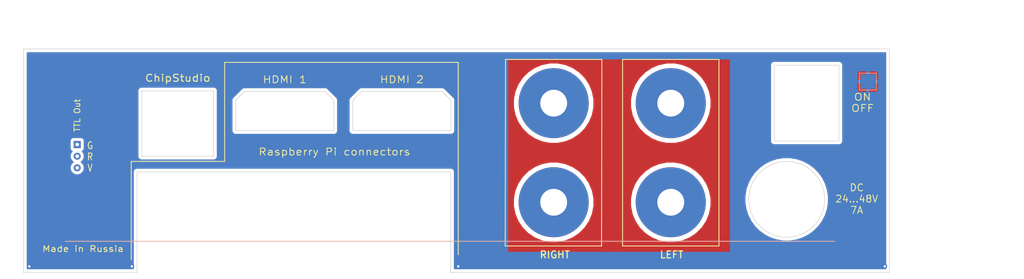
<source format=kicad_pcb>
(kicad_pcb (version 20211014) (generator pcbnew)
  (layers (0 "F.Cu" signal) (31 "B.Cu" signal) (34 "B.Paste" user) (35 "F.Paste" user) (36 "B.SilkS" user "B.Silkscreen") (37 "F.SilkS" user "F.Silkscreen") (38 "B.Mask" user) (39 "F.Mask" user) (44 "Edge.Cuts" user))
  (net 0 "")
  (net 1 "GND")
  (footprint "Connector_PinHeader_2.54mm:PinHeader_1x03_P2.54mm_Vertical" (layer "F.Cu") (at 61.2 116.6)
    (fp_text reference "REF**" hide)
    (fp_text value "PinHeader_1x03_P2.54mm_Vertical")
    (pad "1" thru_hole rect locked (at 0 0) (size 1.2 1.2) (drill 0.6) (layers *.Cu *.Mask))
    (pad "2" thru_hole circle locked (at 0 2) (size 1.2 1.2) (drill 0.6) (layers *.Cu *.Mask))
    (pad "3" thru_hole circle locked (at 0 4) (size 1.2 1.2) (drill 0.6) (layers *.Cu *.Mask))
  )
  (footprint "Mounting_Holes:MountingHole_4.5mm_Pad_TopBottom" (layer "F.Cu") (at 162.85 109.5)
    (fp_text reference "REF**" hide)
    (fp_text value "MountingHole_4.5mm_Pad_TopBottom")
    (pad "1" connect circle locked (at 0 0) (size 12 12) (layers "F.Cu" "F.Mask"))
    (pad "1" connect circle locked (at 0 0) (size 12 12) (layers "B.Cu" "B.Mask"))
    (pad "1" thru_hole circle locked (at 0 0) (size 5 5) (drill 4.6) (layers *.Cu *.Mask))
  )
  (footprint "Mounting_Holes:MountingHole_4.5mm_Pad_TopBottom" (layer "F.Cu") (at 162.85 126.5)
    (fp_text reference "REF**" hide)
    (fp_text value "MountingHole_4.5mm_Pad_TopBottom")
    (pad "1" connect circle locked (at 0 0) (size 12 12) (layers "B.Cu" "B.Mask"))
    (pad "1" connect circle locked (at 0 0) (size 12 12) (layers "F.Cu" "F.Mask"))
    (pad "1" thru_hole circle locked (at 0 0) (size 5 5) (drill 4.6) (layers *.Cu *.Mask))
  )
  (footprint "Mounting_Holes:MountingHole_4.5mm_Pad_TopBottom" (layer "F.Cu") (at 142.8 126.5)
    (fp_text reference "REF**" hide)
    (fp_text value "MountingHole_4.5mm_Pad_TopBottom")
    (pad "1" connect circle locked (at 0 0) (size 12 12) (layers "B.Cu" "B.Mask"))
    (pad "1" thru_hole circle locked (at 0 0) (size 5 5) (drill 4.6) (layers *.Cu *.Mask))
    (pad "1" connect circle locked (at 0 0) (size 12 12) (layers "F.Cu" "F.Mask"))
  )
  (footprint "Mounting_Holes:MountingHole_4.5mm_Pad_TopBottom" (layer "F.Cu") (at 142.8 109.5)
    (fp_text reference "REF**" hide)
    (fp_text value "MountingHole_4.5mm_Pad_TopBottom")
    (pad "1" connect circle locked (at 0 0) (size 12 12) (layers "B.Cu" "B.Mask"))
    (pad "1" thru_hole circle locked (at 0 0) (size 5 5) (drill 4.6) (layers *.Cu *.Mask))
    (pad "1" connect circle locked (at 0 0) (size 12 12) (layers "F.Cu" "F.Mask"))
  )
  (footprint "TestPoint:TestPoint_Pad_2.5x2.5mm" (layer "B.Cu") (at 196.6 105.8)
    (fp_text reference "TP1" hide)
    (fp_text value "TestPoint")
    (fp_line (start -1.45 -1.45) (end -1.45 1.45) (layer "B.SilkS") (width 0.12))
    (fp_line (start 1.45 1.45) (end 1.45 -1.45) (layer "B.SilkS") (width 0.12))
    (fp_line (start 1.45 -1.45) (end -1.45 -1.45) (layer "B.SilkS") (width 0.12))
    (fp_line (start -1.45 1.45) (end 1.45 1.45) (layer "B.SilkS") (width 0.12))
    (pad "1" smd rect locked (at 0 0) (size 2.5 2.5) (layers "B.Cu" "B.Mask") (net 1 "GND"))
  )
  (gr_line (start 190.9 133.2) (end 59.15 133.2) (layer "B.SilkS") (width 0.15))
  (gr_line (start 134.5 134) (end 151 134) (layer "F.SilkS") (width 0.15))
  (gr_line (start 134.55 102) (end 134.5 134) (layer "F.SilkS") (width 0.15))
  (gr_line (start 151 134) (end 151.05 102) (layer "F.SilkS") (width 0.15))
  (gr_line (start 154.6 102) (end 171.1 102) (layer "F.SilkS") (width 0.15))
  (gr_line (start 170.6 134) (end 154.6 134) (layer "F.SilkS") (width 0.15))
  (gr_line (start 170.6 134) (end 171.1 134) (layer "F.SilkS") (width 0.15))
  (gr_line (start 126.45 102.5) (end 86.45 102.5) (layer "F.SilkS") (width 0.15))
  (gr_line (start 126.45 135.5) (end 126.45 102.5) (layer "F.SilkS") (width 0.15))
  (gr_line (start 86.45 102.5) (end 86.45 119.5) (layer "F.SilkS") (width 0.15))
  (gr_line (start 86.45 119.5) (end 70.45 119.5) (layer "F.SilkS") (width 0.15))
  (gr_line (start 171.1 102) (end 171.1 134) (layer "F.SilkS") (width 0.15))
  (gr_line (start 154.6 102) (end 154.6 134) (layer "F.SilkS") (width 0.15))
  (gr_line (start 70.45 119.5) (end 70.45 136.4) (layer "F.SilkS") (width 0.15))
  (gr_line (start 134.55 102) (end 151.05 102) (layer "F.SilkS") (width 0.15))
  (gr_line (start 191.65 115.9838) (end 191.65 102.9828) (layer "Edge.Cuts") (width 0.1))
  (gr_line (start 180.5827 115.9838) (end 191.65 115.9838) (layer "Edge.Cuts") (width 0.1))
  (gr_line (start 84.55 107.4) (end 84.55 107.5) (layer "Edge.Cuts") (width 0.1))
  (gr_line (start 72.25 107.4) (end 72.25 107.5) (layer "Edge.Cuts") (width 0.1))
  (gr_line (start 72.25 118.6) (end 72.4011 118.6) (layer "Edge.Cuts") (width 0.1))
  (gr_line (start 84.55 118.6) (end 84.4506 118.6) (layer "Edge.Cuts") (width 0.1))
  (gr_line (start 89.85 107.5) (end 103.65 107.5) (layer "Edge.Cuts") (width 0.1))
  (gr_line (start 105.15 109) (end 105.15 114.2) (layer "Edge.Cuts") (width 0.1))
  (gr_line (start 88.35 109) (end 88.35 114.2) (layer "Edge.Cuts") (width 0.1))
  (gr_line (start 109.9006 107.5) (end 108.4006 109) (layer "Edge.Cuts") (width 0.1))
  (gr_line (start 123.7006 107.5) (end 125.2006 109) (layer "Edge.Cuts") (width 0.1))
  (gr_line (start 109.9006 107.5) (end 123.7006 107.5) (layer "Edge.Cuts") (width 0.1))
  (gr_line (start 125.2006 109) (end 125.2006 114.2) (layer "Edge.Cuts") (width 0.1))
  (gr_line (start 108.4006 109) (end 108.4006 114.2) (layer "Edge.Cuts") (width 0.1))
  (gr_line (start 200.3 100.2) (end 200.3 138.55) (layer "Edge.Cuts") (width 0.1))
  (gr_line (start 52 100.2) (end 52 138.55) (layer "Edge.Cuts") (width 0.1))
  (gr_line (start 200.3 100.2) (end 52 100.2) (layer "Edge.Cuts") (width 0.1))
  (gr_line (start 200.3 138.55) (end 127.7006 138.55) (layer "Edge.Cuts") (width 0.1))
  (gr_line (start 71.45 138.55) (end 52 138.55) (layer "Edge.Cuts") (width 0.1))
  (gr_line (start 125.1506 138.55) (end 127.7006 138.55) (layer "Edge.Cuts") (width 0.1))
  (gr_line (start 180.5827 102.9828) (end 191.65 102.9828) (layer "Edge.Cuts") (width 0.1))
  (gr_line (start 72.4005 107.4) (end 72.25 107.4) (layer "Edge.Cuts") (width 0.1))
  (gr_line (start 105.15 114.2) (end 88.35 114.2) (layer "Edge.Cuts") (width 0.1))
  (gr_line (start 72.4011 121.3013) (end 71.45 121.3013) (layer "Edge.Cuts") (width 0.1))
  (gr_line (start 72.4005 107.4) (end 84.45 107.4) (layer "Edge.Cuts") (width 0.1))
  (gr_line (start 125.2006 114.2) (end 108.4006 114.2) (layer "Edge.Cuts") (width 0.1))
  (gr_line (start 103.65 107.5) (end 105.15 109) (layer "Edge.Cuts") (width 0.1))
  (gr_line (start 125.1506 121.3013) (end 125.1506 138.55) (layer "Edge.Cuts") (width 0.1))
  (gr_line (start 72.25 118.5) (end 72.25 118.6) (layer "Edge.Cuts") (width 0.1))
  (gr_line (start 84.4506 118.6) (end 72.4011 118.6) (layer "Edge.Cuts") (width 0.1))
  (gr_line (start 72.25 107.5) (end 72.25 118.5) (layer "Edge.Cuts") (width 0.1))
  (gr_line (start 123.4506 121.3013) (end 72.4011 121.3013) (layer "Edge.Cuts") (width 0.1))
  (gr_line (start 71.45 121.3013) (end 71.45 138.55) (layer "Edge.Cuts") (width 0.1))
  (gr_line (start 180.5827 115.9838) (end 180.5827 102.9828) (layer "Edge.Cuts") (width 0.1))
  (gr_circle (center 182.7 126) (end 189.2 126) (layer "Edge.Cuts") (width 0.1) (fill none))
  (gr_line (start 89.85 107.5) (end 88.35 109) (layer "Edge.Cuts") (width 0.1))
  (gr_line (start 123.4506 121.3013) (end 125.1506 121.3013) (layer "Edge.Cuts") (width 0.1))
  (gr_line (start 84.55 107.5) (end 84.55 118.5) (layer "Edge.Cuts") (width 0.1))
  (gr_line (start 84.55 118.5) (end 84.55 118.6) (layer "Edge.Cuts") (width 0.1))
  (gr_line (start 84.45 107.4) (end 84.55 107.4) (layer "Edge.Cuts") (width 0.1))
  (gr_text "HDMI 2" (at 116.8 105.45) (layer "F.SilkS") (effects (font (size 1.2 1.4))))
  (gr_text "LEFT" (at 163 135.5) (layer "F.SilkS") (effects (font (size 1.2 1.2) (thickness 0.2))))
  (gr_text "Raspberry Pi connectors" (at 105.25 117.85) (layer "F.SilkS") (effects (font (size 1.2 1.4))))
  (gr_text "ON\nOFF" (at 195.7 109.4098) (layer "F.SilkS") (effects (font (size 1.2 1.4))))
  (gr_text "HDMI 1" (at 96.75 105.45) (layer "F.SilkS") (effects (font (size 1.2 1.4))))
  (gr_text "Made in Russia" (at 62.2 134.5) (layer "F.SilkS") (effects (font (size 1 1.2))))
  (gr_text "ChipStudio" (at 78.42585 105.2) (layer "F.SilkS") (effects (font (size 1.2 1.4) (thickness 0.18))))
  (gr_text "DC\n24...48V\n7A" (at 194.7 125.9265) (layer "F.SilkS") (effects (font (size 1.2 1.2))))
  (gr_text "G\nR\nV" (at 63.4 118.7) (layer "F.SilkS") (effects (font (size 1.2 1))))
  (gr_text "RIGHT" (at 143 135.5) (layer "F.SilkS") (effects (font (size 1.2 1.2) (thickness 0.2))))
  (gr_text "TTL Out" (at 61.2 111.6 90) (layer "F.SilkS") (effects (font (size 1 1))))
  (via (at 199.5 137.5) (size 0.8) (drill 0.4) (layers "F.Cu" "B.Cu") (net 1))
  (via (at 53 137.5) (size 0.8) (drill 0.4) (layers "F.Cu" "B.Cu") (net 1))
  (via (at 126.45 137.5) (size 0.8) (drill 0.4) (layers "F.Cu" "B.Cu") (net 1))
  (via (at 70.55 137.5) (size 0.8) (drill 0.4) (layers "F.Cu" "B.Cu") (net 1))
  (zone (net 1) (net_name "GND") (layer "F.Cu") (connect_pads no (clearance 0.8)) (min_thickness 1.4) (fill yes (thermal_gap 1) (thermal_bridge_width 1.5))
    (polygon (pts (xy 200.4 138.55) (xy 51.9 138.55) (xy 51.9 100.05) (xy 200.4 100.05)))
  )
  (zone (net 1) (net_name "GND") (layer "B.Cu") (connect_pads (clearance 0.508)) (min_thickness 0.254) (fill yes (thermal_gap 0.508) (thermal_bridge_width 0.508))
    (polygon (pts (xy 200.4 138.55) (xy 51.9 138.55) (xy 51.9 100.05) (xy 200.4 100.05)))
  )
  (zone (net 0) (net_name "") (layer "B.Cu") (connect_pads (clearance 0)) (min_thickness 0.254)
    (keepout (tracks allowed) (vias allowed) (pads allowed) (copperpour not_allowed) (footprints allowed))
    (fill (thermal_gap 0.508) (thermal_bridge_width 0.508))
    (polygon (pts (xy 173 135) (xy 135 135) (xy 135 102) (xy 173 102)))
  )
)
</source>
